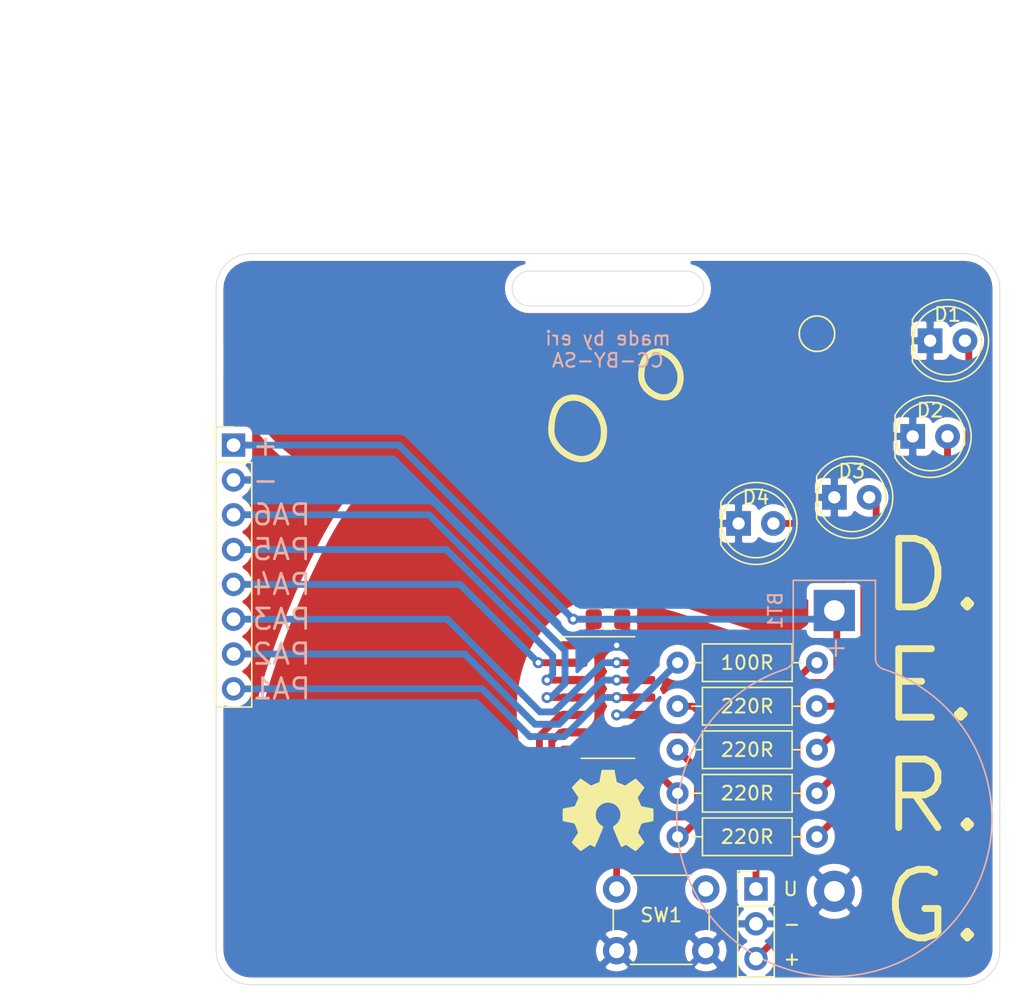
<source format=kicad_pcb>
(kicad_pcb (version 20171130) (host pcbnew 5.1.10)
  (layers (0 F.Cu signal) (31 B.Cu signal) (34 B.Paste user) (35 F.Paste user) (36 B.SilkS user) (37 F.SilkS user) (38 B.Mask user) (39 F.Mask user) (44 Edge.Cuts user))
  (net 0 "")
  (net 1 VCC)
  (net 2 GND)
  (net 3 /UPDI)
  (net 4 /PA1)
  (net 5 /PA2)
  (net 6 /PA3)
  (net 7 /PA4)
  (net 8 /PA5)
  (net 9 /PA6)
  (net 10 /PA0)
  (net 11 /PA7)
  (net 12 /LED1)
  (net 13 /LED2)
  (net 14 /LED3)
  (net 15 /LED4)
  (net 16 /PB3)
  (net 17 /PB2)
  (net 18 /PB1)
  (net 19 /PB0)
  (module Symbol:OSHW-Symbol_6.7x6mm_SilkScreen (layer F.Cu) (at 165.735 67.31)
    (fp_text reference REF** hide)
    (fp_text value OSHW-Symbol_6.7x6mm_SilkScreen hide)
  )
  (module mothface:dragnsarc (layer F.Cu) (at 160.02 53.34)
    (fp_text reference Ref** hide)
    (fp_text value Val** hide)
    (fp_poly (pts (xy -15.380956 -24.985707) (xy -15.323285 -24.967409) (xy -15.233026 -24.936934) (xy -15.11374 -24.895536) (xy -14.968986 -24.844467) (xy -14.802321 -24.784983) (xy -14.617305 -24.718337) (xy -14.417497 -24.645783) (xy -14.25158 -24.58513) (xy -13.364141 -24.261254) (xy -12.498642 -23.948347) (xy -11.655817 -23.646638) (xy -10.8364 -23.356352) (xy -10.041124 -23.077719) (xy -9.270723 -22.810965) (xy -8.525931 -22.556319) (xy -7.807483 -22.314008) (xy -7.116112 -22.084259) (xy -6.452551 -21.867301) (xy -5.817535 -21.66336) (xy -5.211798 -21.472665) (xy -4.636074 -21.295443) (xy -4.091095 -21.131922) (xy -3.577597 -20.982329) (xy -3.096313 -20.846892) (xy -2.647977 -20.725839) (xy -2.233323 -20.619396) (xy -1.853084 -20.527793) (xy -1.507995 -20.451257) (xy -1.19879 -20.390014) (xy -0.926202 -20.344293) (xy -0.690965 -20.314322) (xy -0.493813 -20.300328) (xy -0.433917 -20.299246) (xy -0.342552 -20.303546) (xy -0.225855 -20.315409) (xy -0.099762 -20.332957) (xy 0 -20.350375) (xy 0.695115 -20.465376) (xy 1.394435 -20.541719) (xy 2.094663 -20.579486) (xy 2.7925 -20.578763) (xy 3.484649 -20.539632) (xy 4.167812 -20.462177) (xy 4.83869 -20.346483) (xy 5.417217 -20.212864) (xy 5.964159 -20.055181) (xy 6.507012 -19.867977) (xy 7.040846 -19.653735) (xy 7.560729 -19.414939) (xy 8.061731 -19.154072) (xy 8.538921 -18.87362) (xy 8.987368 -18.576064) (xy 9.402143 -18.26389) (xy 9.581086 -18.115368) (xy 9.657817 -18.050988) (xy 9.723797 -17.99824) (xy 9.772022 -17.962548) (xy 9.795486 -17.949334) (xy 9.795537 -17.949334) (xy 9.818858 -17.953914) (xy 9.880433 -17.967205) (xy 9.977234 -17.988527) (xy 10.106236 -18.017201) (xy 10.264412 -18.05255) (xy 10.448737 -18.093894) (xy 10.656184 -18.140555) (xy 10.883726 -18.191855) (xy 11.128338 -18.247115) (xy 11.386994 -18.305656) (xy 11.591534 -18.352022) (xy 11.882645 -18.418056) (xy 12.179277 -18.485337) (xy 12.476352 -18.552715) (xy 12.768793 -18.619039) (xy 13.051523 -18.683156) (xy 13.319463 -18.743916) (xy 13.567536 -18.800167) (xy 13.790666 -18.850757) (xy 13.983773 -18.894536) (xy 14.141781 -18.930351) (xy 14.171083 -18.936992) (xy 14.341267 -18.975571) (xy 14.546067 -19.022016) (xy 14.77882 -19.074814) (xy 15.03286 -19.132454) (xy 15.301523 -19.193423) (xy 15.578145 -19.256208) (xy 15.85606 -19.319297) (xy 16.128604 -19.381178) (xy 16.340667 -19.429335) (xy 17.705917 -19.739398) (xy 17.719032 -20.024407) (xy 17.75534 -20.366735) (xy 17.83206 -20.696692) (xy 17.948982 -21.013815) (xy 18.105894 -21.317644) (xy 18.302587 -21.607717) (xy 18.538848 -21.883571) (xy 18.594459 -21.940643) (xy 18.782526 -22.12018) (xy 18.964884 -22.273348) (xy 19.155623 -22.411198) (xy 19.352705 -22.53523) (xy 19.647957 -22.695845) (xy 19.974125 -22.846691) (xy 20.320164 -22.983605) (xy 20.675028 -23.102422) (xy 21.027673 -23.198979) (xy 21.234675 -23.244711) (xy 21.349439 -23.265324) (xy 21.459058 -23.279368) (xy 21.576498 -23.287903) (xy 21.714722 -23.291987) (xy 21.822833 -23.292759) (xy 22.002478 -23.290338) (xy 22.150107 -23.281323) (xy 22.275775 -23.263817) (xy 22.38954 -23.23592) (xy 22.501456 -23.195735) (xy 22.619568 -23.14234) (xy 22.701993 -23.095231) (xy 22.789645 -23.033638) (xy 22.873826 -22.965057) (xy 22.945836 -22.896986) (xy 22.996978 -22.836921) (xy 23.016967 -22.799849) (xy 23.02255 -22.776096) (xy 23.036977 -22.712954) (xy 23.059818 -22.61234) (xy 23.09064 -22.47617) (xy 23.129012 -22.306361) (xy 23.174503 -22.104829) (xy 23.22668 -21.87349) (xy 23.285112 -21.61426) (xy 23.349367 -21.329055) (xy 23.419014 -21.019793) (xy 23.49362 -20.688388) (xy 23.572754 -20.336757) (xy 23.655984 -19.966816) (xy 23.742878 -19.580483) (xy 23.833006 -19.179672) (xy 23.925934 -18.7663) (xy 24.014404 -18.372667) (xy 25.001419 -13.980583) (xy 24.989653 -13.578417) (xy 24.983757 -13.423813) (xy 24.974905 -13.252775) (xy 24.963758 -13.074101) (xy 24.95098 -12.896589) (xy 24.937232 -12.729037) (xy 24.923177 -12.580244) (xy 24.909476 -12.459007) (xy 24.900742 -12.397059) (xy 24.893635 -12.360276) (xy 24.881532 -12.332753) (xy 24.857765 -12.310581) (xy 24.815661 -12.289849) (xy 24.74855 -12.266646) (xy 24.649762 -12.237062) (xy 24.60625 -12.224412) (xy 24.5129 -12.198267) (xy 24.403722 -12.169478) (xy 24.277608 -12.137816) (xy 24.13345 -12.103055) (xy 23.970139 -12.064968) (xy 23.786568 -12.023328) (xy 23.581628 -11.977906) (xy 23.354212 -11.928476) (xy 23.103212 -11.87481) (xy 22.827519 -11.816682) (xy 22.526025 -11.753863) (xy 22.197622 -11.686127) (xy 21.841203 -11.613246) (xy 21.455658 -11.534994) (xy 21.039881 -11.451142) (xy 20.592762 -11.361463) (xy 20.113195 -11.265731) (xy 19.60007 -11.163717) (xy 19.05228 -11.055195) (xy 18.468716 -10.939938) (xy 17.848271 -10.817717) (xy 17.189837 -10.688306) (xy 16.492305 -10.551478) (xy 15.754568 -10.407005) (xy 15.568083 -10.370518) (xy 14.791155 -10.218454) (xy 14.054712 -10.074136) (xy 13.357665 -9.937343) (xy 12.698921 -9.807848) (xy 12.077392 -9.685429) (xy 11.491986 -9.56986) (xy 10.941613 -9.460918) (xy 10.425183 -9.358379) (xy 9.941604 -9.262018) (xy 9.489787 -9.171611) (xy 9.068641 -9.086935) (xy 8.677075 -9.007764) (xy 8.313999 -8.933875) (xy 7.978323 -8.865043) (xy 7.668955 -8.801045) (xy 7.384805 -8.741657) (xy 7.124784 -8.686653) (xy 6.8878 -8.63581) (xy 6.672762 -8.588904) (xy 6.478581 -8.545711) (xy 6.304166 -8.506006) (xy 6.148426 -8.469566) (xy 6.01027 -8.436165) (xy 5.888609 -8.40558) (xy 5.782352 -8.377588) (xy 5.690408 -8.351962) (xy 5.611687 -8.328481) (xy 5.570903 -8.315508) (xy 5.437389 -8.271902) (xy 5.507403 -8.219873) (xy 5.544262 -8.197156) (xy 5.613608 -8.158821) (xy 5.709865 -8.10778) (xy 5.827458 -8.046945) (xy 5.960811 -7.979227) (xy 6.104348 -7.907538) (xy 6.12775 -7.895961) (xy 6.257767 -7.832042) (xy 6.394506 -7.765467) (xy 6.539439 -7.695563) (xy 6.694038 -7.621657) (xy 6.859772 -7.543078) (xy 7.038114 -7.459154) (xy 7.230535 -7.369211) (xy 7.438506 -7.272578) (xy 7.663498 -7.168582) (xy 7.906983 -7.056552) (xy 8.170432 -6.935814) (xy 8.455315 -6.805696) (xy 8.763105 -6.665527) (xy 9.095272 -6.514634) (xy 9.453288 -6.352344) (xy 9.838623 -6.177986) (xy 10.25275 -5.990887) (xy 10.69714 -5.790375) (xy 11.173263 -5.575777) (xy 11.682591 -5.346422) (xy 12.226595 -5.101636) (xy 12.806746 -4.840748) (xy 13.23975 -4.646117) (xy 13.853318 -4.370303) (xy 14.429675 -4.111071) (xy 14.970268 -3.867759) (xy 15.476546 -3.639703) (xy 15.94996 -3.42624) (xy 16.391957 -3.226707) (xy 16.803986 -3.04044) (xy 17.187498 -2.866776) (xy 17.543939 -2.705052) (xy 17.87476 -2.554604) (xy 18.181409 -2.414769) (xy 18.465336 -2.284885) (xy 18.727989 -2.164287) (xy 18.970816 -2.052312) (xy 19.195269 -1.948298) (xy 19.402794 -1.85158) (xy 19.594841 -1.761495) (xy 19.772859 -1.677381) (xy 19.938297 -1.598574) (xy 20.092604 -1.52441) (xy 20.237229 -1.454227) (xy 20.32 -1.387361) (xy 20.32 -1.323148) (xy 20.32 -1.298389) (xy 20.32 -1.225168) (xy 20.32 -1.155747) (xy 20.32 -1.092969) (xy 20.32 -1.039677) (xy 20.32 -0.998714) (xy 20.32 -0.972923) (xy 20.32 -0.969295) (xy 20.32 -0.92075) (xy 20.32 -0.549629) (xy 20.32 -0.392541) (xy 20.32 0) (xy 20.32 0) (xy 20.32 0) (xy 20.32 0) (xy 20.32 0) (xy 20.32 0) (xy 20.32 0) (xy 20.32 0.288896) (xy 20.24941 0.417714) (xy 20.083829 0.549157) (xy 19.906502 0.676406) (xy 19.726542 0.792645) (xy 19.553061 0.891055) (xy 19.525487 0.905209) (xy 19.289329 1.00276) (xy 19.021977 1.073122) (xy 18.724758 1.116205) (xy 18.399003 1.131919) (xy 18.04604 1.120173) (xy 17.667199 1.080877) (xy 17.444354 1.046822) (xy 17.251475 1.0124) (xy 17.056548 0.97389) (xy 16.856629 0.930429) (xy 16.64877 0.881152) (xy 16.430027 0.825193) (xy 16.197453 0.76169) (xy 15.948102 0.689776) (xy 15.679029 0.608588) (xy 15.387288 0.517261) (xy 15.069932 0.414929) (xy 14.724017 0.300729) (xy 14.346596 0.173795) (xy 13.934723 0.033264) (xy 13.610167 -0.07856) (xy 13.124298 -0.245952) (xy 12.675164 -0.399362) (xy 12.259857 -0.53966) (xy 11.875468 -0.667715) (xy 11.519089 -0.784396) (xy 11.187813 -0.890571) (xy 10.87873 -0.987109) (xy 10.588933 -1.07488) (xy 10.315513 -1.154753) (xy 10.055562 -1.227596) (xy 9.806172 -1.294279) (xy 9.564434 -1.35567) (xy 9.327441 -1.412639) (xy 9.092283 -1.466054) (xy 8.856054 -1.516784) (xy 8.66775 -1.555336) (xy 8.254673 -1.633547) (xy 7.870917 -1.695899) (xy 7.506979 -1.74341) (xy 7.153355 -1.777095) (xy 6.800541 -1.797969) (xy 6.439034 -1.807049) (xy 6.307667 -1.807629) (xy 5.849486 -1.79717) (xy 5.422563 -1.765466) (xy 5.020808 -1.711203) (xy 4.638131 -1.633067) (xy 4.268442 -1.529744) (xy 3.90565 -1.399918) (xy 3.543666 -1.242277) (xy 3.427908 -1.186189) (xy 2.92485 -0.913976) (xy 2.450305 -0.610695) (xy 2.004724 -0.276974) (xy 1.588558 0.08656) (xy 1.202258 0.479277) (xy 0.846276 0.90055) (xy 0.521063 1.349751) (xy 0.227071 1.826252) (xy -0.03525 2.329423) (xy -0.265449 2.858638) (xy -0.463072 3.413268) (xy -0.627671 3.992684) (xy -0.758792 4.596258) (xy -0.769821 4.656667) (xy -0.814194 4.915321) (xy -0.850695 5.156137) (xy -0.879963 5.387217) (xy -0.902638 5.616668) (xy -0.91936 5.852594) (xy -0.930768 6.1031) (xy -0.937504 6.376291) (xy -0.940206 6.680272) (xy -0.940297 6.815667) (xy -0.938812 7.103511) (xy -0.934756 7.358286) (xy -0.927539 7.589212) (xy -0.916566 7.805508) (xy -0.901246 8.016392) (xy -0.880986 8.231082) (xy -0.855193 8.458799) (xy -0.823275 8.70876) (xy -0.81435 8.775209) (xy -0.687735 9.565854) (xy -0.522384 10.35853) (xy -0.31974 11.149933) (xy -0.081244 11.93676) (xy 0.191662 12.715708) (xy 0.497535 13.483473) (xy 0.834933 14.236752) (xy 1.202414 14.972242) (xy 1.598536 15.686639) (xy 2.021857 16.37664) (xy 2.470935 17.038942) (xy 2.944328 17.670241) (xy 3.213871 18.00225) (xy 3.363703 18.177063) (xy 3.531293 18.364798) (xy 3.708778 18.557135) (xy 3.888293 18.745757) (xy 4.061974 18.922344) (xy 4.221956 19.078578) (xy 4.303617 19.154983) (xy 4.59113 19.418715) (xy 4.546477 19.493649) (xy 4.38487 19.746824) (xy 4.2018 19.9987) (xy 3.992928 20.254659) (xy 3.753917 20.520082) (xy 3.545796 20.735113) (xy 3.216743 21.053705) (xy 2.881066 21.353362) (xy 2.530765 21.640547) (xy 2.15784 21.921724) (xy 1.754295 22.203354) (xy 1.608667 22.300378) (xy 0.913331 22.733382) (xy 0.194248 23.131943) (xy -0.546866 23.495435) (xy -1.308294 23.823233) (xy -2.088319 24.114711) (xy -2.885223 24.369244) (xy -3.69729 24.586206) (xy -4.522801 24.764972) (xy -5.36004 24.904916) (xy -5.647171 24.943555) (xy -6.076759 24.997833) (xy -7.785004 24.995102) (xy -8.054483 24.994445) (xy -8.314816 24.993374) (xy -8.562446 24.991929) (xy -8.793816 24.990151) (xy -9.005368 24.98808) (xy -9.193545 24.985758) (xy -9.354791 24.983225) (xy -9.485547 24.980521) (xy -9.582257 24.977687) (xy -9.641363 24.974763) (xy -9.652 24.973787) (xy -10.5265 24.850165) (xy -11.392995 24.685009) (xy -12.251286 24.478393) (xy -13.101175 24.23039) (xy -13.942462 23.941075) (xy -14.774951 23.61052) (xy -15.598441 23.2388) (xy -16.412736 22.825988) (xy -17.217635 22.372157) (xy -18.012942 21.877381) (xy -18.026803 21.868339) (xy -18.31975 21.677084) (xy -18.429825 21.490667) (xy -18.573508 21.231012) (xy -18.718918 20.937191) (xy -18.862658 20.617062) (xy -19.001331 20.27848) (xy -19.131538 19.929302) (xy -19.228803 19.64306) (xy -19.428816 18.974381) (xy -19.605939 18.273201) (xy -19.759997 17.542747) (xy -19.890811 16.786244) (xy -19.998204 16.006918) (xy -20.081998 15.207994) (xy -20.142016 14.392698) (xy -20.17808 13.564255) (xy -20.190013 12.725891) (xy -20.177637 11.880832) (xy -20.140775 11.032303) (xy -20.079249 10.183529) (xy -19.992882 9.337737) (xy -19.881496 8.498151) (xy -19.852577 8.307917) (xy -19.772403 7.844109) (xy -19.671476 7.346815) (xy -19.550838 6.818837) (xy -19.41153 6.262982) (xy -19.254592 5.682054) (xy -19.081067 5.078858) (xy -18.891995 4.456198) (xy -18.688417 3.816881) (xy -18.471374 3.163711) (xy -18.241909 2.499492) (xy -18.001061 1.827029) (xy -17.749872 1.149129) (xy -17.489383 0.468594) (xy -17.220635 -0.211769) (xy -16.94467 -0.889156) (xy -16.662528 -1.560762) (xy -16.37525 -2.223782) (xy -16.083879 -2.87541) (xy -15.789454 -3.512843) (xy -15.493018 -4.133276) (xy -15.195611 -4.733902) (xy -14.898274 -5.311918) (xy -14.602049 -5.864519) (xy -14.570929 -5.921177) (xy -14.266165 -6.463409) (xy -13.97023 -6.966667) (xy -13.681694 -7.433047) (xy -13.399132 -7.864648) (xy -13.121116 -8.263568) (xy -12.846218 -8.631903) (xy -12.573011 -8.971753) (xy -12.300067 -9.285214) (xy -12.229647 -9.36192) (xy -12.155721 -9.442497) (xy -12.094092 -9.511475) (xy -12.049591 -9.5633) (xy -12.027053 -9.592416) (xy -12.025392 -9.596656) (xy -12.047622 -9.603127) (xy -12.104246 -9.617126) (xy -12.188333 -9.637009) (xy -12.292949 -9.661129) (xy -12.3825 -9.681411) (xy -13.090672 -9.859574) (xy -13.783632 -10.071813) (xy -14.458376 -10.316867) (xy -15.1119 -10.593477) (xy -15.7412 -10.90038) (xy -16.343273 -11.236317) (xy -16.849723 -11.555983) (xy -17.393163 -11.944229) (xy -17.916112 -12.368208) (xy -18.41561 -12.825117) (xy -18.888696 -13.312157) (xy -19.332408 -13.826526) (xy -19.569439 -14.12875) (xy -19.946785 -14.660209) (xy -20.297829 -15.221894) (xy -20.592657 -15.758583) (xy -9.0805 -15.758583) (xy -9.069917 -15.748) (xy -9.059333 -15.758583) (xy -9.069917 -15.769167) (xy -9.0805 -15.758583) (xy -20.592657 -15.758583) (xy -20.604286 -15.77975) (xy -9.122833 -15.77975) (xy -9.11225 -15.769167) (xy -9.101667 -15.77975) (xy -9.11225 -15.790333) (xy -9.122833 -15.77975) (xy -20.604286 -15.77975) (xy -20.620545 -15.809346) (xy -20.912904 -16.418107) (xy -21.172878 -17.04372) (xy -21.398439 -17.681725) (xy -21.587559 -18.327664) (xy -21.707096 -18.82775) (xy -21.730425 -18.941643) (xy -21.754736 -19.069989) (xy -21.778637 -19.204308) (xy -21.800732 -19.336123) (xy -21.819627 -19.456953) (xy -21.833929 -19.558322) (xy -21.842242 -19.631749) (xy -21.843776 -19.658945) (xy -21.845253 -19.670967) (xy -21.847399 -19.6813) (xy -21.84696 -19.689273) (xy -21.840684 -19.694217) (xy -21.825317 -19.69546) (xy -21.797607 -19.692332) (xy -21.754301 -19.684163) (xy -21.692146 -19.670281) (xy -21.60789 -19.650018) (xy -21.498279 -19.622701) (xy -21.360061 -19.587661) (xy -21.189982 -19.544227) (xy -20.984791 -19.491728) (xy -20.785667 -19.440836) (xy -19.810401 -19.186994) (xy -18.827084 -18.921594) (xy -17.840356 -18.646077) (xy -16.854857 -18.361885) (xy -15.875227 -18.070458) (xy -14.906106 -17.773236) (xy -13.952133 -17.47166) (xy -13.017949 -17.167172) (xy -12.108193 -16.861211) (xy -11.227506 -16.55522) (xy -10.380526 -16.250637) (xy -9.716374 -16.003683) (xy -9.571777 -15.94933) (xy -9.440627 -15.900551) (xy -9.327968 -15.859181) (xy -9.238846 -15.827057) (xy -9.178309 -15.806011) (xy -9.1514 -15.797879) (xy -9.150524 -15.797921) (xy -9.165299 -15.809599) (xy -9.209755 -15.83617) (xy -9.275995 -15.873031) (xy -9.318983 -15.896093) (xy -9.720802 -16.122398) (xy -10.128556 -16.377568) (xy -10.528589 -16.652939) (xy -10.63625 -16.731665) (xy -11.056987 -17.062921) (xy -11.474392 -17.429403) (xy -11.881514 -17.82416) (xy -12.271406 -18.240238) (xy -12.637118 -18.670687) (xy -12.858465 -18.95475) (xy -13.268199 -19.534121) (xy -13.649776 -20.143485) (xy -14.001944 -20.78015) (xy -14.32345 -21.441426) (xy -14.613045 -22.12462) (xy -14.869474 -22.827042) (xy -15.091488 -23.546002) (xy -15.218613 -24.028501) (xy -15.256749 -24.188273) (xy -15.29274 -24.347614) (xy -15.325529 -24.500995) (xy -15.354061 -24.642893) (xy -15.377279 -24.767782) (xy -15.394127 -24.870136) (xy -15.403549 -24.944429) (xy -15.40449 -24.985136) (xy -15.402481 -24.990575) (xy -15.380956 -24.985707)) (layer F.Cu) (width 0.01))
  )
  (module Package_SO:SOIC-14_3.9x8.7mm_P1.27mm (layer F.Cu) (at 165.735 59.055)
    (fp_text reference U1 hide)
    (fp_text value ATtiny1614-SS)
    (pad 14 smd roundrect (at 2.475 -3.81) (size 1.95 0.6) (layers F.Cu F.Paste F.Mask) (net 2 GND))
    (pad 13 smd roundrect (at 2.475 -2.54) (size 1.95 0.6) (layers F.Cu F.Paste F.Mask) (net 6 /PA3))
    (pad 12 smd roundrect (at 2.475 -1.27) (size 1.95 0.6) (layers F.Cu F.Paste F.Mask) (net 5 /PA2))
    (pad 11 smd roundrect (at 2.475 0) (size 1.95 0.6) (layers F.Cu F.Paste F.Mask) (net 4 /PA1))
    (pad 10 smd roundrect (at 2.475 1.27) (size 1.95 0.6) (layers F.Cu F.Paste F.Mask) (net 10 /PA0))
    (pad 9 smd roundrect (at 2.475 2.54) (size 1.95 0.6) (layers F.Cu F.Paste F.Mask) (net 19 /PB0))
    (pad 8 smd roundrect (at 2.475 3.81) (size 1.95 0.6) (layers F.Cu F.Paste F.Mask) (net 18 /PB1))
    (pad 7 smd roundrect (at -2.475 3.81) (size 1.95 0.6) (layers F.Cu F.Paste F.Mask) (net 17 /PB2))
    (pad 6 smd roundrect (at -2.475 2.54) (size 1.95 0.6) (layers F.Cu F.Paste F.Mask) (net 16 /PB3))
    (pad 5 smd roundrect (at -2.475 1.27) (size 1.95 0.6) (layers F.Cu F.Paste F.Mask) (net 11 /PA7))
    (pad 4 smd roundrect (at -2.475 0) (size 1.95 0.6) (layers F.Cu F.Paste F.Mask) (net 9 /PA6))
    (pad 3 smd roundrect (at -2.475 -1.27) (size 1.95 0.6) (layers F.Cu F.Paste F.Mask) (net 8 /PA5))
    (pad 2 smd roundrect (at -2.475 -2.54) (size 1.95 0.6) (layers F.Cu F.Paste F.Mask) (net 7 /PA4))
    (pad 1 smd roundrect (at -2.475 -3.81) (size 1.95 0.6) (layers F.Cu F.Paste F.Mask) (net 1 VCC))
  )
  (module Button_Switch_THT:SW_PUSH_6mm (layer F.Cu) (at 166.37 73.025)
    (fp_text reference SW1 (at 3.25 1.905) (layer F.SilkS))
    (fp_text value SW_Push)
    (pad 1 thru_hole circle (at 6.5 0 90) (size 2 2) (drill 1.1) (layers *.Cu *.Mask) (net 11 /PA7))
    (pad 2 thru_hole circle (at 6.5 4.5 90) (size 2 2) (drill 1.1) (layers *.Cu *.Mask) (net 2 GND))
    (pad 1 thru_hole circle (at 0 0 90) (size 2 2) (drill 1.1) (layers *.Cu *.Mask) (net 11 /PA7))
    (pad 2 thru_hole circle (at 0 4.5 90) (size 2 2) (drill 1.1) (layers *.Cu *.Mask) (net 2 GND))
  )
  (module Resistor_THT:R_Axial_DIN0207_L6.3mm_D2.5mm_P10.16mm_Horizontal (layer F.Cu) (at 180.975 69.215 180)
    (fp_text reference R5 hide)
    (fp_text value 220R (at 5.08 0) (layer F.SilkS))
    (pad 2 thru_hole oval (at 10.16 0 180) (size 1.6 1.6) (drill 0.8) (layers *.Cu *.Mask) (net 19 /PB0))
    (pad 1 thru_hole circle (at 0 0 180) (size 1.6 1.6) (drill 0.8) (layers *.Cu *.Mask) (net 12 /LED1))
  )
  (module Resistor_THT:R_Axial_DIN0207_L6.3mm_D2.5mm_P10.16mm_Horizontal (layer F.Cu) (at 180.975 66.04 180)
    (fp_text reference R4 hide)
    (fp_text value 220R (at 5.08 0) (layer F.SilkS))
    (pad 2 thru_hole oval (at 10.16 0 180) (size 1.6 1.6) (drill 0.8) (layers *.Cu *.Mask) (net 18 /PB1))
    (pad 1 thru_hole circle (at 0 0 180) (size 1.6 1.6) (drill 0.8) (layers *.Cu *.Mask) (net 13 /LED2))
  )
  (module Resistor_THT:R_Axial_DIN0207_L6.3mm_D2.5mm_P10.16mm_Horizontal (layer F.Cu) (at 180.975 62.865 180)
    (fp_text reference R3 hide)
    (fp_text value 220R (at 5.08 0) (layer F.SilkS))
    (pad 2 thru_hole oval (at 10.16 0 180) (size 1.6 1.6) (drill 0.8) (layers *.Cu *.Mask) (net 17 /PB2))
    (pad 1 thru_hole circle (at 0 0 180) (size 1.6 1.6) (drill 0.8) (layers *.Cu *.Mask) (net 14 /LED3))
  )
  (module Resistor_THT:R_Axial_DIN0207_L6.3mm_D2.5mm_P10.16mm_Horizontal (layer F.Cu) (at 180.975 59.69 180)
    (fp_text reference R2 hide)
    (fp_text value 220R (at 5.08 0) (layer F.SilkS))
    (pad 2 thru_hole oval (at 10.16 0 180) (size 1.6 1.6) (drill 0.8) (layers *.Cu *.Mask) (net 16 /PB3))
    (pad 1 thru_hole circle (at 0 0 180) (size 1.6 1.6) (drill 0.8) (layers *.Cu *.Mask) (net 15 /LED4))
  )
  (module Resistor_THT:R_Axial_DIN0207_L6.3mm_D2.5mm_P10.16mm_Horizontal (layer F.Cu) (at 180.975 56.515 180)
    (fp_text reference R1 hide)
    (fp_text value 100R (at 5.08 0) (layer F.SilkS))
    (pad 2 thru_hole oval (at 10.16 0 180) (size 1.6 1.6) (drill 0.8) (layers *.Cu *.Mask) (net 10 /PA0))
    (pad 1 thru_hole circle (at 0 0 180) (size 1.6 1.6) (drill 0.8) (layers *.Cu *.Mask) (net 3 /UPDI))
  )
  (module Connector_PinHeader_2.54mm:PinHeader_1x08_P2.54mm_Vertical (layer F.Cu) (at 138.43 40.64)
    (fp_text reference J2 hide)
    (fp_text value Conn_01x08_Male)
    (pad 1 thru_hole rect (at 0 0) (size 1.7 1.7) (drill 1) (layers *.Cu *.Mask) (net 1 VCC))
    (pad 2 thru_hole oval (at 0 2.54) (size 1.7 1.7) (drill 1) (layers *.Cu *.Mask) (net 2 GND))
    (pad 3 thru_hole oval (at 0 5.08) (size 1.7 1.7) (drill 1) (layers *.Cu *.Mask) (net 9 /PA6))
    (pad 4 thru_hole oval (at 0 7.62) (size 1.7 1.7) (drill 1) (layers *.Cu *.Mask) (net 8 /PA5))
    (pad 5 thru_hole oval (at 0 10.16) (size 1.7 1.7) (drill 1) (layers *.Cu *.Mask) (net 7 /PA4))
    (pad 6 thru_hole oval (at 0 12.7) (size 1.7 1.7) (drill 1) (layers *.Cu *.Mask) (net 6 /PA3))
    (pad 7 thru_hole oval (at 0 15.24) (size 1.7 1.7) (drill 1) (layers *.Cu *.Mask) (net 5 /PA2))
    (pad 8 thru_hole oval (at 0 17.78) (size 1.7 1.7) (drill 1) (layers *.Cu *.Mask) (net 4 /PA1))
  )
  (module Connector_PinHeader_2.54mm:PinHeader_1x03_P2.54mm_Vertical (layer F.Cu) (at 176.53 73.025)
    (fp_text reference U (at 1.905 0 180) (layer F.SilkS) (effects (justify left)))
    (fp_text value Conn_01x03_Male)
    (pad 3 thru_hole oval (at 0 5.08) (size 1.7 1.7) (drill 1) (layers *.Cu *.Mask) (net 1 VCC))
    (pad 2 thru_hole oval (at 0 2.54) (size 1.7 1.7) (drill 1) (layers *.Cu *.Mask) (net 2 GND))
    (pad 1 thru_hole rect (at 0 0) (size 1.7 1.7) (drill 1) (layers *.Cu *.Mask) (net 3 /UPDI))
  )
  (module LED_THT:LED_D5.0mm (layer F.Cu) (at 175.26 46.355)
    (fp_text reference D4 (at 1.27 -1.905) (layer F.SilkS))
    (fp_text value LED_Small)
    (pad 2 thru_hole circle (at 2.54 0) (size 1.8 1.8) (drill 0.9) (layers *.Cu *.Mask) (net 15 /LED4))
    (pad 1 thru_hole rect (at 0 0) (size 1.8 1.8) (drill 0.9) (layers *.Cu *.Mask) (net 2 GND))
  )
  (module LED_THT:LED_D5.0mm (layer F.Cu) (at 182.245 44.45)
    (fp_text reference D3 (at 1.27 -1.905) (layer F.SilkS))
    (fp_text value LED_Small)
    (pad 2 thru_hole circle (at 2.54 0) (size 1.8 1.8) (drill 0.9) (layers *.Cu *.Mask) (net 14 /LED3))
    (pad 1 thru_hole rect (at 0 0) (size 1.8 1.8) (drill 0.9) (layers *.Cu *.Mask) (net 2 GND))
  )
  (module LED_THT:LED_D5.0mm (layer F.Cu) (at 187.96 40.005)
    (fp_text reference D2 (at 1.27 -1.905) (layer F.SilkS))
    (fp_text value LED_Small)
    (pad 2 thru_hole circle (at 2.54 0) (size 1.8 1.8) (drill 0.9) (layers *.Cu *.Mask) (net 13 /LED2))
    (pad 1 thru_hole rect (at 0 0) (size 1.8 1.8) (drill 0.9) (layers *.Cu *.Mask) (net 2 GND))
  )
  (module LED_THT:LED_D5.0mm (layer F.Cu) (at 189.23 33.02)
    (fp_text reference D1 (at 1.27 -1.905) (layer F.SilkS))
    (fp_text value LED_Small)
    (pad 2 thru_hole circle (at 2.54 0) (size 1.8 1.8) (drill 0.9) (layers *.Cu *.Mask) (net 12 /LED1))
    (pad 1 thru_hole rect (at 0 0) (size 1.8 1.8) (drill 0.9) (layers *.Cu *.Mask) (net 2 GND))
  )
  (module Capacitor_SMD:C_0805_2012Metric_Pad1.18x1.45mm_HandSolder (layer F.Cu) (at 165.735 53.34)
    (fp_text reference C1 hide)
    (fp_text value 0.1uF)
    (pad 2 smd roundrect (at 1.0375 0) (size 1.175 1.45) (layers F.Cu F.Paste F.Mask) (roundrect_rratio 0.2127659574468085) (net 2 GND))
    (pad 1 smd roundrect (at -1.0375 0) (size 1.175 1.45) (layers F.Cu F.Paste F.Mask) (roundrect_rratio 0.2127659574468085) (net 1 VCC))
  )
  (module Battery:BatteryHolder_Keystone_103_1x20mm (layer B.Cu) (at 182.245 52.705 270)
    (fp_text reference BT1 (at 0 4.3 270) (layer B.SilkS) (effects (justify mirror)))
    (fp_text value Battery_Cell)
    (fp_text user + (at 2.75 0 270) (layer B.SilkS) (effects (font (size 1.5 1.5)) (justify mirror)))
    (pad 1 thru_hole rect (at 0 0 270) (size 3 3) (drill 1.5) (layers *.Cu *.Mask) (net 1 VCC))
    (pad 2 thru_hole circle (at 20.49 0 270) (size 3 3) (drill 1.5) (layers *.Cu *.Mask) (net 2 GND))
  )
  (gr_text "made by eri\nCC-BY-SA" (at 165.735 33.655) (layer B.SilkS) (effects (font (size 1 1)) (justify mirror)))
  (gr_arc (start 160.02 29.21) (end 160.02 27.94) (angle -180) (layer Edge.Cuts) (width 0.05))
  (gr_arc (start 171.45 29.21) (end 171.45 30.48) (angle -180) (layer Edge.Cuts) (width 0.05))
  (gr_line (start 171.45 30.48) (end 160.02 30.48) (layer Edge.Cuts) (width 0.05))
  (gr_line (start 160.02 27.94) (end 171.45 27.94) (layer Edge.Cuts) (width 0.05))
  (gr_text "D.\nE.\nR.\nG." (at 185.42 62.23) (layer F.SilkS) (effects (font (size 5 5) (thickness 0.5)) (justify left)))
  (gr_text "PA1\n" (at 139.7 58.42) (layer B.SilkS) (effects (font (size 1.5 1.5) (thickness 0.2)) (justify right mirror)))
  (gr_text PA2 (at 139.7 55.88) (layer B.SilkS) (effects (font (size 1.5 1.5) (thickness 0.2)) (justify right mirror)))
  (gr_text PA3 (at 139.7 53.34) (layer B.SilkS) (effects (font (size 1.5 1.5) (thickness 0.2)) (justify right mirror)))
  (gr_text PA4 (at 139.7 50.8) (layer B.SilkS) (effects (font (size 1.5 1.5) (thickness 0.2)) (justify right mirror)))
  (gr_text PA5 (at 139.7 48.26) (layer B.SilkS) (effects (font (size 1.5 1.5) (thickness 0.2)) (justify right mirror)))
  (gr_text PA6 (at 139.7 45.72) (layer B.SilkS) (effects (font (size 1.5 1.5) (thickness 0.2)) (justify right mirror)))
  (gr_text - (at 139.7 43.18) (layer B.SilkS) (effects (font (size 1.5 1.5) (thickness 0.2)) (justify right mirror)))
  (gr_text + (at 139.7 40.64) (layer B.SilkS) (effects (font (size 1.5 1.5) (thickness 0.2)) (justify right mirror)))
  (gr_text + (at 178.435 78.105) (layer F.SilkS) (effects (font (size 1 1)) (justify left)))
  (gr_text - (at 178.435 75.565) (layer F.SilkS) (effects (font (size 1 1)) (justify left)))
  (gr_arc (start 191.77 77.47) (end 191.77 80.01) (angle -90) (layer Edge.Cuts) (width 0.05))
  (gr_arc (start 139.7 77.47) (end 137.16 77.47) (angle -90) (layer Edge.Cuts) (width 0.05))
  (gr_arc (start 139.7 29.21) (end 139.7 26.67) (angle -90) (layer Edge.Cuts) (width 0.05))
  (gr_arc (start 191.77 29.21) (end 194.31 29.21) (angle -90) (layer Edge.Cuts) (width 0.05))
  (gr_line (start 137.16 77.47) (end 137.16 29.21) (layer Edge.Cuts) (width 0.05))
  (gr_line (start 191.77 80.01) (end 139.7 80.01) (layer Edge.Cuts) (width 0.05))
  (gr_line (start 194.31 29.21) (end 194.31 77.47) (layer Edge.Cuts) (width 0.05))
  (gr_line (start 139.7 26.67) (end 191.77 26.67) (layer Edge.Cuts) (width 0.05))
  (segment (start 164.6975 53.8075) (end 163.26 55.245) (width 0.5) (layer F.Cu) (net 1))
  (segment (start 164.6975 53.34) (end 164.6975 53.8075) (width 0.5) (layer F.Cu) (net 1))
  (segment (start 181.671001 57.965001) (end 180.553997 57.965001) (width 0.5) (layer F.Cu) (net 1))
  (segment (start 182.425001 57.211001) (end 181.671001 57.965001) (width 0.5) (layer F.Cu) (net 1))
  (segment (start 182.425001 53.520001) (end 182.425001 57.211001) (width 0.5) (layer F.Cu) (net 1))
  (segment (start 182.245 53.34) (end 182.425001 53.520001) (width 0.5) (layer F.Cu) (net 1))
  (segment (start 182.245 52.705) (end 182.245 53.34) (width 0.5) (layer F.Cu) (net 1))
  (segment (start 179.524999 75.110001) (end 177.8 76.835) (width 0.5) (layer F.Cu) (net 1))
  (segment (start 179.524999 58.993999) (end 179.524999 75.110001) (width 0.5) (layer F.Cu) (net 1))
  (segment (start 180.553997 57.965001) (end 179.524999 58.993999) (width 0.5) (layer F.Cu) (net 1))
  (segment (start 177.8 76.835) (end 176.53 78.105) (width 0.5) (layer F.Cu) (net 1))
  (via (at 163.195 53.34) (size 0.8) (drill 0.4) (layers F.Cu B.Cu) (net 1))
  (segment (start 150.495 40.64) (end 163.195 53.34) (width 0.5) (layer B.Cu) (net 1))
  (segment (start 138.43 40.64) (end 150.495 40.64) (width 0.5) (layer B.Cu) (net 1))
  (segment (start 163.195 53.34) (end 164.6975 53.34) (width 0.5) (layer F.Cu) (net 1))
  (segment (start 181.61 53.34) (end 182.245 52.705) (width 0.5) (layer B.Cu) (net 1))
  (segment (start 163.195 53.34) (end 181.61 53.34) (width 0.5) (layer B.Cu) (net 1))
  (segment (start 166.7725 53.8075) (end 168.21 55.245) (width 0.5) (layer F.Cu) (net 2))
  (segment (start 166.7725 53.34) (end 166.7725 53.8075) (width 0.5) (layer F.Cu) (net 2))
  (via (at 166.37 55.245) (size 0.8) (drill 0.4) (layers F.Cu B.Cu) (net 2))
  (segment (start 166.37 55.245) (end 168.21 55.245) (width 0.5) (layer F.Cu) (net 2))
  (segment (start 166.37 55.245) (end 163.484614 55.245) (width 0.5) (layer B.Cu) (net 2))
  (segment (start 163.484614 55.245) (end 151.419614 43.18) (width 0.5) (layer B.Cu) (net 2))
  (segment (start 151.419614 43.18) (end 148.59 43.18) (width 0.5) (layer B.Cu) (net 2))
  (segment (start 138.43 43.18) (end 148.59 43.18) (width 0.5) (layer B.Cu) (net 2))
  (segment (start 180.731192 56.515) (end 180.975 56.515) (width 0.5) (layer F.Cu) (net 3))
  (segment (start 176.53 60.716192) (end 180.731192 56.515) (width 0.5) (layer F.Cu) (net 3))
  (segment (start 176.53 73.025) (end 176.53 60.716192) (width 0.5) (layer F.Cu) (net 3))
  (segment (start 138.43 58.42) (end 156.555386 58.42) (width 0.5) (layer B.Cu) (net 4))
  (segment (start 160.040408 61.90502) (end 162.542401 61.905019) (width 0.5) (layer B.Cu) (net 4))
  (segment (start 156.555386 58.42) (end 160.040408 61.90502) (width 0.5) (layer B.Cu) (net 4))
  (via (at 166.37 59.055) (size 0.8) (drill 0.4) (layers F.Cu B.Cu) (net 4))
  (segment (start 165.39242 59.055) (end 166.37 59.055) (width 0.5) (layer B.Cu) (net 4))
  (segment (start 162.542401 61.905019) (end 165.39242 59.055) (width 0.5) (layer B.Cu) (net 4))
  (segment (start 166.37 59.055) (end 168.21 59.055) (width 0.5) (layer F.Cu) (net 4))
  (segment (start 138.43 55.88) (end 155.288192 55.88) (width 0.5) (layer B.Cu) (net 5))
  (segment (start 160.413203 61.005011) (end 162.169604 61.00501) (width 0.5) (layer B.Cu) (net 5))
  (segment (start 155.288192 55.88) (end 160.413203 61.005011) (width 0.5) (layer B.Cu) (net 5))
  (via (at 166.37 57.785) (size 0.8) (drill 0.4) (layers F.Cu B.Cu) (net 5))
  (segment (start 165.389614 57.785) (end 166.37 57.785) (width 0.5) (layer B.Cu) (net 5))
  (segment (start 162.169604 61.00501) (end 165.389614 57.785) (width 0.5) (layer B.Cu) (net 5))
  (segment (start 166.37 57.785) (end 168.21 57.785) (width 0.5) (layer F.Cu) (net 5))
  (via (at 166.37 56.515) (size 0.8) (drill 0.4) (layers F.Cu B.Cu) (net 6))
  (segment (start 166.37 56.515) (end 168.21 56.515) (width 0.5) (layer F.Cu) (net 6))
  (segment (start 154.020998 53.34) (end 138.43 53.34) (width 0.5) (layer B.Cu) (net 6))
  (segment (start 160.785999 60.105001) (end 154.020998 53.34) (width 0.5) (layer B.Cu) (net 6))
  (segment (start 161.796807 60.105001) (end 160.785999 60.105001) (width 0.5) (layer B.Cu) (net 6))
  (segment (start 165.386808 56.515) (end 161.796807 60.105001) (width 0.5) (layer B.Cu) (net 6))
  (segment (start 166.37 56.515) (end 165.386808 56.515) (width 0.5) (layer B.Cu) (net 6))
  (via (at 160.655 56.515) (size 0.8) (drill 0.4) (layers F.Cu B.Cu) (net 7))
  (segment (start 154.94 50.8) (end 160.655 56.515) (width 0.5) (layer B.Cu) (net 7))
  (segment (start 138.43 50.8) (end 154.94 50.8) (width 0.5) (layer B.Cu) (net 7))
  (segment (start 160.655 56.515) (end 163.26 56.515) (width 0.5) (layer F.Cu) (net 7))
  (via (at 161.29 57.785) (size 0.8) (drill 0.4) (layers F.Cu B.Cu) (net 8))
  (segment (start 161.705001 57.369999) (end 161.29 57.785) (width 0.5) (layer B.Cu) (net 8))
  (segment (start 161.705001 56.010999) (end 161.705001 57.369999) (width 0.5) (layer B.Cu) (net 8))
  (segment (start 153.954002 48.26) (end 161.705001 56.010999) (width 0.5) (layer B.Cu) (net 8))
  (segment (start 138.43 48.26) (end 153.954002 48.26) (width 0.5) (layer B.Cu) (net 8))
  (segment (start 161.29 57.785) (end 163.26 57.785) (width 0.5) (layer F.Cu) (net 8))
  (via (at 161.29 59.055) (size 0.8) (drill 0.4) (layers F.Cu B.Cu) (net 9))
  (segment (start 161.574002 59.055) (end 161.29 59.055) (width 0.5) (layer B.Cu) (net 9))
  (segment (start 162.605011 58.023991) (end 161.574002 59.055) (width 0.5) (layer B.Cu) (net 9))
  (segment (start 162.605011 55.638203) (end 162.605011 58.023991) (width 0.5) (layer B.Cu) (net 9))
  (segment (start 152.686808 45.72) (end 162.605011 55.638203) (width 0.5) (layer B.Cu) (net 9))
  (segment (start 138.43 45.72) (end 152.686808 45.72) (width 0.5) (layer B.Cu) (net 9))
  (segment (start 161.29 59.055) (end 163.26 59.055) (width 0.5) (layer F.Cu) (net 9))
  (via (at 166.37 60.325) (size 0.8) (drill 0.4) (layers F.Cu B.Cu) (net 10))
  (segment (start 168.21 60.325) (end 166.37 60.325) (width 0.5) (layer F.Cu) (net 10))
  (segment (start 167.005 60.325) (end 170.815 56.515) (width 0.5) (layer B.Cu) (net 10))
  (segment (start 166.37 60.325) (end 167.005 60.325) (width 0.5) (layer B.Cu) (net 10))
  (segment (start 160.73498 61.872214) (end 160.734981 63.719173) (width 0.5) (layer F.Cu) (net 11))
  (segment (start 162.282194 60.325) (end 160.73498 61.872214) (width 0.5) (layer F.Cu) (net 11))
  (segment (start 163.26 60.325) (end 162.282194 60.325) (width 0.5) (layer F.Cu) (net 11))
  (segment (start 166.37 69.354192) (end 166.37 73.025) (width 0.5) (layer F.Cu) (net 11))
  (segment (start 160.734981 63.719173) (end 166.37 69.354192) (width 0.5) (layer F.Cu) (net 11))
  (segment (start 192.050001 33.300001) (end 191.77 33.02) (width 0.5) (layer F.Cu) (net 12))
  (segment (start 192.050001 58.139999) (end 192.050001 33.300001) (width 0.5) (layer F.Cu) (net 12))
  (segment (start 180.975 69.215) (end 192.050001 58.139999) (width 0.5) (layer F.Cu) (net 12))
  (segment (start 190.5 56.515) (end 190.5 40.005) (width 0.5) (layer F.Cu) (net 13))
  (segment (start 180.975 66.04) (end 190.5 56.515) (width 0.5) (layer F.Cu) (net 13))
  (segment (start 185.295011 44.960011) (end 184.785 44.45) (width 0.5) (layer F.Cu) (net 14))
  (segment (start 185.295011 58.544989) (end 185.295011 44.960011) (width 0.5) (layer F.Cu) (net 14))
  (segment (start 180.975 62.865) (end 185.295011 58.544989) (width 0.5) (layer F.Cu) (net 14))
  (segment (start 180.065002 46.355) (end 177.8 46.355) (width 0.5) (layer F.Cu) (net 15))
  (segment (start 184.395001 57.539999) (end 184.395001 50.684999) (width 0.5) (layer F.Cu) (net 15))
  (segment (start 184.395001 50.684999) (end 180.065002 46.355) (width 0.5) (layer F.Cu) (net 15))
  (segment (start 182.245 59.69) (end 184.395001 57.539999) (width 0.5) (layer F.Cu) (net 15))
  (segment (start 180.975 59.69) (end 182.245 59.69) (width 0.5) (layer F.Cu) (net 15))
  (segment (start 174.06502 61.80865) (end 171.94637 59.69) (width 0.5) (layer F.Cu) (net 16))
  (segment (start 174.065021 68.110981) (end 174.06502 61.80865) (width 0.5) (layer F.Cu) (net 16))
  (segment (start 171.511001 70.665001) (end 174.065021 68.110981) (width 0.5) (layer F.Cu) (net 16))
  (segment (start 168.953615 70.665001) (end 171.511001 70.665001) (width 0.5) (layer F.Cu) (net 16))
  (segment (start 161.63499 63.346376) (end 168.953615 70.665001) (width 0.5) (layer F.Cu) (net 16))
  (segment (start 161.63499 62.24501) (end 161.63499 63.346376) (width 0.5) (layer F.Cu) (net 16))
  (segment (start 171.94637 59.69) (end 170.815 59.69) (width 0.5) (layer F.Cu) (net 16))
  (segment (start 162.285 61.595) (end 161.63499 62.24501) (width 0.5) (layer F.Cu) (net 16))
  (segment (start 163.26 61.595) (end 162.285 61.595) (width 0.5) (layer F.Cu) (net 16))
  (segment (start 172.265001 64.315001) (end 170.815 62.865) (width 0.5) (layer F.Cu) (net 17))
  (segment (start 172.265001 66.736001) (end 172.265001 64.315001) (width 0.5) (layer F.Cu) (net 17))
  (segment (start 168.159999 67.764999) (end 171.236003 67.764999) (width 0.5) (layer F.Cu) (net 17))
  (segment (start 171.236003 67.764999) (end 172.265001 66.736001) (width 0.5) (layer F.Cu) (net 17))
  (segment (start 163.26 62.865) (end 168.159999 67.764999) (width 0.5) (layer F.Cu) (net 17))
  (segment (start 168.21 63.435) (end 170.815 66.04) (width 0.5) (layer F.Cu) (net 18))
  (segment (start 168.21 62.865) (end 168.21 63.435) (width 0.5) (layer F.Cu) (net 18))
  (segment (start 171.058808 69.215) (end 170.815 69.215) (width 0.5) (layer F.Cu) (net 19))
  (segment (start 173.165011 63.069009) (end 173.165011 67.108797) (width 0.5) (layer F.Cu) (net 19))
  (segment (start 171.511001 61.414999) (end 173.165011 63.069009) (width 0.5) (layer F.Cu) (net 19))
  (segment (start 173.165011 67.108797) (end 171.058808 69.215) (width 0.5) (layer F.Cu) (net 19))
  (segment (start 168.390001 61.414999) (end 171.511001 61.414999) (width 0.5) (layer F.Cu) (net 19))
  (segment (start 168.21 61.595) (end 168.390001 61.414999) (width 0.5) (layer F.Cu) (net 19))
  (zone (net 2) (net_name GND) (layer F.Cu) (connect_pads (clearance 0.508)) (min_thickness 0.254) (fill yes (arc_segments 32) (thermal_gap 0.508) (thermal_bridge_width 0.508))
    (polygon (pts (xy 195.58 81.28) (xy 134.62 81.28) (xy 134.62 25.4) (xy 195.58 25.4)))
  )
  (zone (net 2) (net_name GND) (layer B.Cu) (connect_pads (clearance 0.508)) (min_thickness 0.254) (fill yes (arc_segments 32) (thermal_gap 0.508) (thermal_bridge_width 0.508))
    (polygon (pts (xy 195.58 81.28) (xy 134.62 81.28) (xy 134.62 25.4) (xy 195.58 25.4)))
  )
)
</source>
